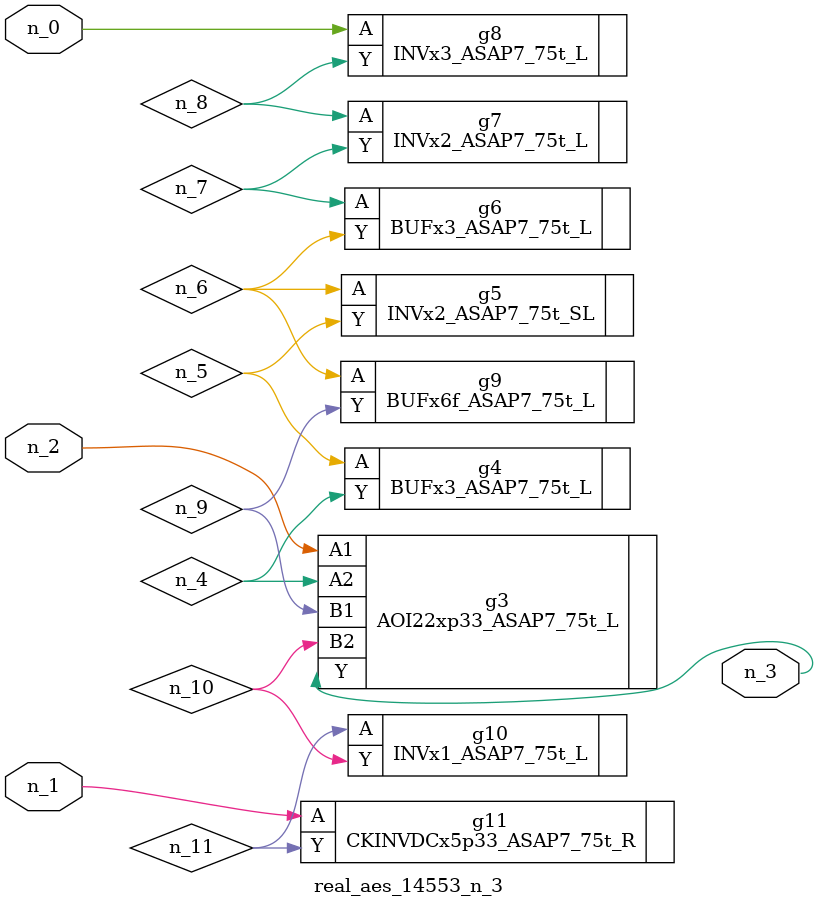
<source format=v>
module real_aes_14553_n_3 (n_0, n_2, n_1, n_3);
input n_0;
input n_2;
input n_1;
output n_3;
wire n_4;
wire n_5;
wire n_7;
wire n_9;
wire n_6;
wire n_8;
wire n_10;
wire n_11;
INVx3_ASAP7_75t_L g8 ( .A(n_0), .Y(n_8) );
CKINVDCx5p33_ASAP7_75t_R g11 ( .A(n_1), .Y(n_11) );
AOI22xp33_ASAP7_75t_L g3 ( .A1(n_2), .A2(n_4), .B1(n_9), .B2(n_10), .Y(n_3) );
BUFx3_ASAP7_75t_L g4 ( .A(n_5), .Y(n_4) );
INVx2_ASAP7_75t_SL g5 ( .A(n_6), .Y(n_5) );
BUFx6f_ASAP7_75t_L g9 ( .A(n_6), .Y(n_9) );
BUFx3_ASAP7_75t_L g6 ( .A(n_7), .Y(n_6) );
INVx2_ASAP7_75t_L g7 ( .A(n_8), .Y(n_7) );
INVx1_ASAP7_75t_L g10 ( .A(n_11), .Y(n_10) );
endmodule
</source>
